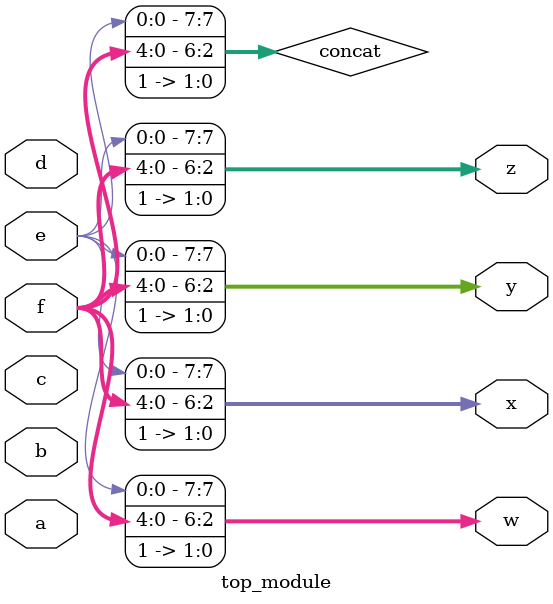
<source format=sv>
module top_module (
    input [4:0] a,
    input [4:0] b,
    input [4:0] c,
    input [4:0] d,
    input [4:0] e,
    input [4:0] f,
    output [7:0] w,
    output [7:0] x,
    output [7:0] y,
    output [7:0] z
);
    wire [7:0] concat;
    
    assign concat = {a, b, c, d, e, f, 2'b11};
    
    assign w = concat;
    assign x = concat;
    assign y = concat;
    assign z = concat;
endmodule

</source>
